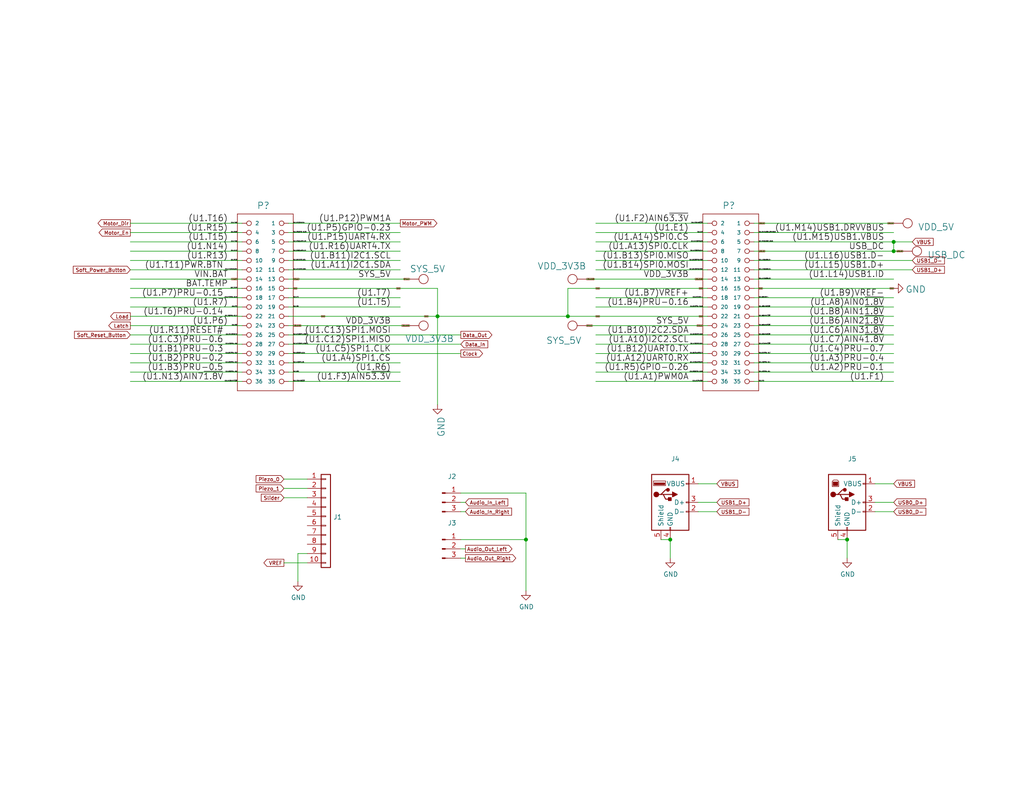
<source format=kicad_sch>
(kicad_sch (version 20211123) (generator eeschema)
  (paper "USLetter")
  (title_block (title "Drum Machine") (date "2018-06-15") (rev "V00") (company "Prototype Engineering Studio LLC"))
  (lib_symbols
    (symbol "Drum_Machine_V00-rescue:2X18-_INCH_-0.1-TH-_35MIL-DIA_-W_O-SILK" (pin_numbers hide) (pin_names (offset 1.016))
      (property "Reference" "P" (at 0 26.162 0))
      (property "Value" "2X18-_INCH_-0.1-TH-_35MIL-DIA_-W_O-SILK" (at 21.59 -24.13 0))
      (symbol "2X18-_INCH_-0.1-TH-_35MIL-DIA_-W_O-SILK_1_0"
        (polyline (pts (xy -7.62 -22.86) (xy -7.62 25.4)))
        (polyline (pts (xy -7.62 25.4) (xy 7.62 25.4)))
        (polyline (pts (xy 7.62 -22.86) (xy -7.62 -22.86)))
        (polyline (pts (xy 7.62 25.4) (xy 7.62 -22.86)))
      )
      (symbol "2X18-_INCH_-0.1-TH-_35MIL-DIA_-W_O-SILK_1_1"
        (pin bidirectional inverted (at -6.35 22.86 0) (length 2.54) (name "1") (number "1"))
        (pin bidirectional inverted (at 6.35 12.7 180) (length 2.54) (name "10") (number "10"))
        (pin bidirectional inverted (at -6.35 10.16 0) (length 2.54) (name "11") (number "11"))
        (pin bidirectional inverted (at 6.35 10.16 180) (length 2.54) (name "12") (number "12"))
        (pin bidirectional inverted (at -6.35 7.62 0) (length 2.54) (name "13") (number "13"))
        (pin bidirectional inverted (at 6.35 7.62 180) (length 2.54) (name "14") (number "14"))
        (pin bidirectional inverted (at -6.35 5.08 0) (length 2.54) (name "15") (number "15"))
        (pin bidirectional inverted (at 6.35 5.08 180) (length 2.54) (name "16") (number "16"))
        (pin bidirectional inverted (at -6.35 2.54 0) (length 2.54) (name "17") (number "17"))
        (pin bidirectional inverted (at 6.35 2.54 180) (length 2.54) (name "18") (number "18"))
        (pin bidirectional inverted (at -6.35 0 0) (length 2.54) (name "19") (number "19"))
        (pin bidirectional inverted (at 6.35 22.86 180) (length 2.54) (name "2") (number "2"))
        (pin bidirectional inverted (at 6.35 0 180) (length 2.54) (name "20") (number "20"))
        (pin bidirectional inverted (at -6.35 -2.54 0) (length 2.54) (name "21") (number "21"))
        (pin bidirectional inverted (at 6.35 -2.54 180) (length 2.54) (name "22") (number "22"))
        (pin bidirectional inverted (at -6.35 -5.08 0) (length 2.54) (name "23") (number "23"))
        (pin bidirectional inverted (at 6.35 -5.08 180) (length 2.54) (name "24") (number "24"))
        (pin bidirectional inverted (at -6.35 -7.62 0) (length 2.54) (name "25") (number "25"))
        (pin bidirectional inverted (at 6.35 -7.62 180) (length 2.54) (name "26") (number "26"))
        (pin bidirectional inverted (at -6.35 -10.16 0) (length 2.54) (name "27") (number "27"))
        (pin bidirectional inverted (at 6.35 -10.16 180) (length 2.54) (name "28") (number "28"))
        (pin bidirectional inverted (at -6.35 -12.7 0) (length 2.54) (name "29") (number "29"))
        (pin bidirectional inverted (at -6.35 20.32 0) (length 2.54) (name "3") (number "3"))
        (pin bidirectional inverted (at 6.35 -12.7 180) (length 2.54) (name "30") (number "30"))
        (pin bidirectional inverted (at -6.35 -15.24 0) (length 2.54) (name "31") (number "31"))
        (pin bidirectional inverted (at 6.35 -15.24 180) (length 2.54) (name "32") (number "32"))
        (pin bidirectional inverted (at -6.35 -17.78 0) (length 2.54) (name "33") (number "33"))
        (pin bidirectional inverted (at 6.35 -17.78 180) (length 2.54) (name "34") (number "34"))
        (pin bidirectional inverted (at -6.35 -20.32 0) (length 2.54) (name "35") (number "35"))
        (pin bidirectional inverted (at 6.35 -20.32 180) (length 2.54) (name "36") (number "36"))
        (pin bidirectional inverted (at 6.35 20.32 180) (length 2.54) (name "4") (number "4"))
        (pin bidirectional inverted (at -6.35 17.78 0) (length 2.54) (name "5") (number "5"))
        (pin bidirectional inverted (at 6.35 17.78 180) (length 2.54) (name "6") (number "6"))
        (pin bidirectional inverted (at -6.35 15.24 0) (length 2.54) (name "7") (number "7"))
        (pin bidirectional inverted (at 6.35 15.24 180) (length 2.54) (name "8") (number "8"))
        (pin bidirectional inverted (at -6.35 12.7 0) (length 2.54) (name "9") (number "9"))
      )
    )
    (symbol "Drum_Machine_V00-rescue:Conn_01x03_Male-Drum_Machine_V00" (pin_names (offset 1.016) hide)
      (property "Reference" "J" (at 0 5.08 0))
      (property "Value" "Conn_01x03_Male-Drum_Machine_V00" (at 0 -5.08 0))
      (symbol "Conn_01x03_Male-Drum_Machine_V00_1_1"
        (polyline (pts (xy 1.27 -2.54) (xy 0.8636 -2.54)) (stroke (width 0.1524)))
        (polyline (pts (xy 1.27 0) (xy 0.8636 0)) (stroke (width 0.1524)))
        (polyline (pts (xy 1.27 2.54) (xy 0.8636 2.54)) (stroke (width 0.1524)))
        (rectangle (start 0.8636 -2.413) (end 0 -2.667) (stroke (width 0.1524)) (fill (type outline)))
        (rectangle (start 0.8636 0.127) (end 0 -0.127) (stroke (width 0.1524)) (fill (type outline)))
        (rectangle (start 0.8636 2.667) (end 0 2.413) (stroke (width 0.1524)) (fill (type outline)))
        (pin passive line (at 5.08 2.54 180) (length 3.81) (name "Pin_1") (number "1"))
        (pin passive line (at 5.08 0 180) (length 3.81) (name "Pin_2") (number "2"))
        (pin passive line (at 5.08 -2.54 180) (length 3.81) (name "Pin_3") (number "3"))
      )
    )
    (symbol "Drum_Machine_V00-rescue:Conn_01x10-Drum_Machine_V00" (pin_names (offset 1.016) hide)
      (property "Reference" "J" (at 0 12.7 0))
      (property "Value" "Conn_01x10-Drum_Machine_V00" (at 0 -15.24 0))
      (symbol "Conn_01x10-Drum_Machine_V00_1_1"
        (rectangle (start -1.27 -12.573) (end 0 -12.827) (stroke (width 0.1524)))
        (rectangle (start -1.27 -10.033) (end 0 -10.287) (stroke (width 0.1524)))
        (rectangle (start -1.27 -7.493) (end 0 -7.747) (stroke (width 0.1524)))
        (rectangle (start -1.27 -4.953) (end 0 -5.207) (stroke (width 0.1524)))
        (rectangle (start -1.27 -2.413) (end 0 -2.667) (stroke (width 0.1524)))
        (rectangle (start -1.27 0.127) (end 0 -0.127) (stroke (width 0.1524)))
        (rectangle (start -1.27 2.667) (end 0 2.413) (stroke (width 0.1524)))
        (rectangle (start -1.27 5.207) (end 0 4.953) (stroke (width 0.1524)))
        (rectangle (start -1.27 7.747) (end 0 7.493) (stroke (width 0.1524)))
        (rectangle (start -1.27 10.287) (end 0 10.033) (stroke (width 0.1524)))
        (rectangle (start -1.27 11.43) (end 1.27 -13.97) (stroke (width 0.254)))
        (pin passive line (at -5.08 10.16 0) (length 3.81) (name "Pin_1") (number "1"))
        (pin passive line (at -5.08 -12.7 0) (length 3.81) (name "Pin_10") (number "10"))
        (pin passive line (at -5.08 7.62 0) (length 3.81) (name "Pin_2") (number "2"))
        (pin passive line (at -5.08 5.08 0) (length 3.81) (name "Pin_3") (number "3"))
        (pin passive line (at -5.08 2.54 0) (length 3.81) (name "Pin_4") (number "4"))
        (pin passive line (at -5.08 0 0) (length 3.81) (name "Pin_5") (number "5"))
        (pin passive line (at -5.08 -2.54 0) (length 3.81) (name "Pin_6") (number "6"))
        (pin passive line (at -5.08 -5.08 0) (length 3.81) (name "Pin_7") (number "7"))
        (pin passive line (at -5.08 -7.62 0) (length 3.81) (name "Pin_8") (number "8"))
        (pin passive line (at -5.08 -10.16 0) (length 3.81) (name "Pin_9") (number "9"))
      )
    )
    (symbol "Drum_Machine_V00-rescue:GND" (power) (pin_names (offset 0))
      (property "Value" "GND" (at 0 -3.81 0))
      (symbol "GND_0_1"
        (polyline (pts (xy 0 0) (xy 0 -1.27) (xy 1.27 -1.27) (xy 0 -2.54) (xy -1.27 -1.27) (xy 0 -1.27)))
      )
      (symbol "GND_1_1"
        (pin power_in line (at 0 0 270) (length 0) hide (name "GND") (number "1"))
      )
    )
    (symbol "Drum_Machine_V00-rescue:SYS_5V" (power) (pin_numbers hide) (pin_names (offset 1.016) hide)
      (property "Value" "SYS_5V" (at 0 4.064 0))
      (symbol "SYS_5V_1_0"
        (polyline (pts (xy 0 -2.54) (xy 0 0)))
      )
      (symbol "SYS_5V_1_1"
        (circle (center 0 1.27) (radius 1.27))
        (pin power_in line (at 0 -2.54 90) (length 2.54) hide (name "SYS_5V") (number "~"))
      )
    )
    (symbol "Drum_Machine_V00-rescue:USB_A-Drum_Machine_V00" (pin_names (offset 1.016))
      (property "Reference" "J" (at -5.08 11.43 0))
      (property "Value" "USB_A-Drum_Machine_V00" (at -5.08 8.89 0))
      (symbol "USB_A-Drum_Machine_V00_0_1"
        (rectangle (start -5.08 -7.62) (end 5.08 7.62) (stroke (width 0.254)))
        (circle (center -3.81 2.159) (radius 0.635) (stroke (width 0.254)) (fill (type outline)))
        (rectangle (start -1.524 4.826) (end -4.318 5.334) (fill (type outline)))
        (rectangle (start -1.27 4.572) (end -4.572 5.842))
        (circle (center -0.635 3.429) (radius 0.381) (stroke (width 0.254)) (fill (type outline)))
        (rectangle (start -0.127 -7.62) (end 0.127 -6.858))
        (polyline (pts (xy -3.175 2.159) (xy -2.54 2.159) (xy -1.27 3.429) (xy -0.635 3.429)) (stroke (width 0.254)))
        (polyline (pts (xy -2.54 2.159) (xy -1.905 2.159) (xy -1.27 0.889) (xy 0 0.889)) (stroke (width 0.254)))
        (polyline (pts (xy 0.635 2.794) (xy 0.635 1.524) (xy 1.905 2.159) (xy 0.635 2.794)) (stroke (width 0.254)) (fill (type outline)))
        (rectangle (start 0.254 1.27) (end -0.508 0.508) (stroke (width 0.254)) (fill (type outline)))
        (rectangle (start 5.08 -2.667) (end 4.318 -2.413))
        (rectangle (start 5.08 -0.127) (end 4.318 0.127))
        (rectangle (start 5.08 4.953) (end 4.318 5.207))
      )
      (symbol "USB_A-Drum_Machine_V00_1_1"
        (polyline (pts (xy -1.905 2.159) (xy 0.635 2.159)) (stroke (width 0.254)))
        (pin power_in line (at 7.62 5.08 180) (length 2.54) (name "VBUS") (number "1"))
        (pin passive line (at 7.62 -2.54 180) (length 2.54) (name "D-") (number "2"))
        (pin passive line (at 7.62 0 180) (length 2.54) (name "D+") (number "3"))
        (pin power_in line (at 0 -10.16 90) (length 2.54) (name "GND") (number "4"))
        (pin passive line (at -2.54 -10.16 90) (length 2.54) (name "Shield") (number "5"))
      )
    )
    (symbol "Drum_Machine_V00-rescue:USB_B-Drum_Machine_V00" (pin_names (offset 1.016))
      (property "Reference" "J" (at -5.08 11.43 0))
      (property "Value" "USB_B-Drum_Machine_V00" (at -5.08 8.89 0))
      (symbol "USB_B-Drum_Machine_V00_0_1"
        (rectangle (start -5.08 -7.62) (end 5.08 7.62) (stroke (width 0.254)))
        (circle (center -3.81 2.159) (radius 0.635) (stroke (width 0.254)) (fill (type outline)))
        (rectangle (start -3.81 5.588) (end -2.54 4.572) (fill (type outline)))
        (circle (center -0.635 3.429) (radius 0.381) (stroke (width 0.254)) (fill (type outline)))
        (rectangle (start -0.127 -7.62) (end 0.127 -6.858))
        (polyline (pts (xy -1.905 2.159) (xy 0.635 2.159)) (stroke (width 0.254)))
        (polyline (pts (xy -3.175 2.159) (xy -2.54 2.159) (xy -1.27 3.429) (xy -0.635 3.429)) (stroke (width 0.254)))
        (polyline (pts (xy -2.54 2.159) (xy -1.905 2.159) (xy -1.27 0.889) (xy 0 0.889)) (stroke (width 0.254)))
        (polyline (pts (xy 0.635 2.794) (xy 0.635 1.524) (xy 1.905 2.159) (xy 0.635 2.794)) (stroke (width 0.254)) (fill (type outline)))
        (polyline (pts (xy -4.064 4.318) (xy -2.286 4.318) (xy -2.286 5.715) (xy -2.667 6.096) (xy -3.683 6.096) (xy -4.064 5.715) (xy -4.064 4.318)))
        (rectangle (start 0.254 1.27) (end -0.508 0.508) (stroke (width 0.254)) (fill (type outline)))
        (rectangle (start 5.08 -2.667) (end 4.318 -2.413))
        (rectangle (start 5.08 -0.127) (end 4.318 0.127))
        (rectangle (start 5.08 4.953) (end 4.318 5.207))
      )
      (symbol "USB_B-Drum_Machine_V00_1_1"
        (pin power_out line (at 7.62 5.08 180) (length 2.54) (name "VBUS") (number "1"))
        (pin passive line (at 7.62 -2.54 180) (length 2.54) (name "D-") (number "2"))
        (pin passive line (at 7.62 0 180) (length 2.54) (name "D+") (number "3"))
        (pin power_out line (at 0 -10.16 90) (length 2.54) (name "GND") (number "4"))
        (pin passive line (at -2.54 -10.16 90) (length 2.54) (name "Shield") (number "5"))
      )
    )
    (symbol "Drum_Machine_V00-rescue:USB_DC" (power) (pin_numbers hide) (pin_names (offset 1.016) hide)
      (property "Value" "USB_DC" (at 0 4.064 0))
      (symbol "USB_DC_1_0"
        (polyline (pts (xy 0 -2.54) (xy 0 0)))
      )
      (symbol "USB_DC_1_1"
        (circle (center 0 1.27) (radius 1.27))
        (pin power_in line (at 0 -2.54 90) (length 2.54) hide (name "USB_DC") (number "~"))
      )
    )
    (symbol "Drum_Machine_V00-rescue:VDD_3V3B" (power) (pin_numbers hide) (pin_names (offset 1.016) hide)
      (property "Value" "VDD_3V3B" (at 0 4.064 0))
      (symbol "VDD_3V3B_1_0"
        (polyline (pts (xy 0 -2.54) (xy 0 0)))
      )
      (symbol "VDD_3V3B_1_1"
        (circle (center 0 1.27) (radius 1.27))
        (pin power_in line (at 0 -2.54 90) (length 2.54) hide (name "VDD_3V3B") (number "~"))
      )
    )
    (symbol "Drum_Machine_V00-rescue:VDD_5V" (power) (pin_numbers hide) (pin_names (offset 1.016) hide)
      (property "Value" "VDD_5V" (at 0 4.064 0))
      (symbol "VDD_5V_1_0"
        (polyline (pts (xy 0 -2.54) (xy 0 0)))
      )
      (symbol "VDD_5V_1_1"
        (circle (center 0 1.27) (radius 1.27))
        (pin power_in line (at 0 -2.54 90) (length 2.54) hide (name "VDD_5V") (number "~"))
      )
    )
    (symbol "power:GND" (power) (pin_names (offset 0))
      (property "Value" "GND" (at 0 -3.81 0))
      (symbol "GND_0_1"
        (polyline (pts (xy 0 0) (xy 0 -1.27) (xy 1.27 -1.27) (xy 0 -2.54) (xy -1.27 -1.27) (xy 0 -1.27)))
      )
      (symbol "GND_1_1"
        (pin power_in line (at 0 0 270) (length 0) hide (name "GND") (number "1"))
      )
    )
  )
  (junction (at 182.88 147.32))
  (junction (at 243.84 66.04))
  (junction (at 119.38 86.36))
  (junction (at 143.51 147.32))
  (junction (at 243.84 68.58))
  (junction (at 154.94 86.36))
  (junction (at 231.14 147.32))
  (wire (pts (xy 35.56 88.9) (xy 66.04 88.9)))
  (wire (pts (xy 35.56 99.06) (xy 66.04 99.06)))
  (wire (pts (xy 243.84 99.06) (xy 205.74 99.06)))
  (wire (pts (xy 109.22 63.5) (xy 78.74 63.5)))
  (wire (pts (xy 162.56 101.6) (xy 193.04 101.6)))
  (wire (pts (xy 182.88 152.4) (xy 182.88 147.32)))
  (wire (pts (xy 228.6 147.32) (xy 231.14 147.32)))
  (wire (pts (xy 160.02 88.9) (xy 193.04 88.9)))
  (wire (pts (xy 125.73 149.86) (xy 127 149.86)))
  (wire (pts (xy 243.84 137.16) (xy 238.76 137.16)))
  (wire (pts (xy 154.94 78.74) (xy 154.94 86.36)))
  (wire (pts (xy 35.56 96.52) (xy 66.04 96.52)))
  (wire (pts (xy 193.04 63.5) (xy 162.56 63.5)))
  (wire (pts (xy 35.56 86.36) (xy 66.04 86.36)))
  (wire (pts (xy 35.56 68.58) (xy 66.04 68.58)))
  (wire (pts (xy 83.82 130.81) (xy 77.47 130.81)))
  (wire (pts (xy 125.73 147.32) (xy 143.51 147.32)))
  (wire (pts (xy 35.56 66.04) (xy 66.04 66.04)))
  (wire (pts (xy 125.73 139.7) (xy 127 139.7)))
  (wire (pts (xy 35.56 71.12) (xy 66.04 71.12)))
  (wire (pts (xy 125.73 134.62) (xy 143.51 134.62)))
  (wire (pts (xy 162.56 104.14) (xy 193.04 104.14)))
  (wire (pts (xy 180.34 147.32) (xy 182.88 147.32)))
  (wire (pts (xy 77.47 153.67) (xy 83.82 153.67)))
  (wire (pts (xy 162.56 91.44) (xy 193.04 91.44)))
  (wire (pts (xy 83.82 151.13) (xy 81.28 151.13)))
  (wire (pts (xy 154.94 86.36) (xy 193.04 86.36)))
  (wire (pts (xy 162.56 60.96) (xy 193.04 60.96)))
  (wire (pts (xy 125.73 96.52) (xy 78.74 96.52)))
  (wire (pts (xy 119.38 78.74) (xy 78.74 78.74)))
  (wire (pts (xy 205.74 93.98) (xy 243.84 93.98)))
  (wire (pts (xy 195.58 139.7) (xy 190.5 139.7)))
  (wire (pts (xy 162.56 99.06) (xy 193.04 99.06)))
  (wire (pts (xy 243.84 81.28) (xy 205.74 81.28)))
  (wire (pts (xy 78.74 68.58) (xy 109.22 68.58)))
  (wire (pts (xy 143.51 134.62) (xy 143.51 147.32)))
  (wire (pts (xy 243.84 88.9) (xy 205.74 88.9)))
  (wire (pts (xy 119.38 86.36) (xy 154.94 86.36)))
  (wire (pts (xy 83.82 135.89) (xy 77.47 135.89)))
  (wire (pts (xy 119.38 78.74) (xy 119.38 86.36)))
  (wire (pts (xy 162.56 81.28) (xy 193.04 81.28)))
  (wire (pts (xy 35.56 73.66) (xy 66.04 73.66)))
  (wire (pts (xy 109.22 104.14) (xy 78.74 104.14)))
  (wire (pts (xy 243.84 66.04) (xy 243.84 68.58)))
  (wire (pts (xy 125.73 91.44) (xy 78.74 91.44)))
  (wire (pts (xy 243.84 78.74) (xy 205.74 78.74)))
  (wire (pts (xy 78.74 83.82) (xy 109.22 83.82)))
  (wire (pts (xy 190.5 132.08) (xy 195.58 132.08)))
  (wire (pts (xy 243.84 66.04) (xy 248.92 66.04)))
  (wire (pts (xy 35.56 104.14) (xy 66.04 104.14)))
  (wire (pts (xy 125.73 93.98) (xy 78.74 93.98)))
  (wire (pts (xy 205.74 60.96) (xy 243.84 60.96)))
  (wire (pts (xy 162.56 73.66) (xy 193.04 73.66)))
  (wire (pts (xy 205.74 73.66) (xy 248.92 73.66)))
  (wire (pts (xy 205.74 86.36) (xy 243.84 86.36)))
  (wire (pts (xy 243.84 96.52) (xy 205.74 96.52)))
  (wire (pts (xy 162.56 68.58) (xy 193.04 68.58)))
  (wire (pts (xy 125.73 137.16) (xy 127 137.16)))
  (wire (pts (xy 109.22 99.06) (xy 78.74 99.06)))
  (wire (pts (xy 243.84 139.7) (xy 238.76 139.7)))
  (wire (pts (xy 246.38 68.58) (xy 243.84 68.58)))
  (wire (pts (xy 83.82 133.35) (xy 77.47 133.35)))
  (wire (pts (xy 78.74 86.36) (xy 119.38 86.36)))
  (wire (pts (xy 160.02 76.2) (xy 193.04 76.2)))
  (wire (pts (xy 243.84 104.14) (xy 205.74 104.14)))
  (wire (pts (xy 205.74 63.5) (xy 243.84 63.5)))
  (wire (pts (xy 231.14 152.4) (xy 231.14 147.32)))
  (wire (pts (xy 35.56 76.2) (xy 66.04 76.2)))
  (wire (pts (xy 154.94 78.74) (xy 193.04 78.74)))
  (wire (pts (xy 125.73 152.4) (xy 127 152.4)))
  (wire (pts (xy 143.51 147.32) (xy 143.51 161.29)))
  (wire (pts (xy 35.56 93.98) (xy 66.04 93.98)))
  (wire (pts (xy 35.56 78.74) (xy 66.04 78.74)))
  (wire (pts (xy 243.84 91.44) (xy 205.74 91.44)))
  (wire (pts (xy 243.84 76.2) (xy 205.74 76.2)))
  (wire (pts (xy 111.76 76.2) (xy 78.74 76.2)))
  (wire (pts (xy 205.74 71.12) (xy 248.92 71.12)))
  (wire (pts (xy 78.74 81.28) (xy 109.22 81.28)))
  (wire (pts (xy 238.76 132.08) (xy 243.84 132.08)))
  (wire (pts (xy 35.56 60.96) (xy 66.04 60.96)))
  (wire (pts (xy 109.22 71.12) (xy 78.74 71.12)))
  (wire (pts (xy 243.84 68.58) (xy 205.74 68.58)))
  (wire (pts (xy 109.22 60.96) (xy 78.74 60.96)))
  (wire (pts (xy 81.28 151.13) (xy 81.28 158.75)))
  (wire (pts (xy 35.56 63.5) (xy 66.04 63.5)))
  (wire (pts (xy 109.22 66.04) (xy 78.74 66.04)))
  (wire (pts (xy 109.22 101.6) (xy 78.74 101.6)))
  (wire (pts (xy 162.56 71.12) (xy 193.04 71.12)))
  (wire (pts (xy 119.38 110.49) (xy 119.38 86.36)))
  (wire (pts (xy 162.56 66.04) (xy 193.04 66.04)))
  (wire (pts (xy 35.56 83.82) (xy 66.04 83.82)))
  (wire (pts (xy 111.76 88.9) (xy 78.74 88.9)))
  (wire (pts (xy 195.58 137.16) (xy 190.5 137.16)))
  (wire (pts (xy 35.56 101.6) (xy 66.04 101.6)))
  (wire (pts (xy 109.22 73.66) (xy 78.74 73.66)))
  (wire (pts (xy 162.56 83.82) (xy 193.04 83.82)))
  (wire (pts (xy 243.84 101.6) (xy 205.74 101.6)))
  (wire (pts (xy 205.74 66.04) (xy 243.84 66.04)))
  (wire (pts (xy 162.56 93.98) (xy 193.04 93.98)))
  (wire (pts (xy 162.56 96.52) (xy 193.04 96.52)))
  (wire (pts (xy 66.04 91.44) (xy 35.56 91.44)))
  (wire (pts (xy 243.84 83.82) (xy 205.74 83.82)))
  (wire (pts (xy 35.56 81.28) (xy 66.04 81.28)))
  (label "(U1.L16)USB1.D-" (at 207.01 71.12 0) (effects (font (size 0.254 0.254))))
  (label "(U1.C3)PRU-0.6" (at 64.77 93.98 180) (effects (font (size 0.254 0.254))))
  (label "(U1.N13)AIN7~{1.8V}" (at 64.77 104.14 180) (effects (font (size 0.254 0.254))))
  (label "(U1.F2)AIN6~{3.3V}" (at 191.77 60.96 180) (effects (font (size 0.254 0.254))))
  (label "(U1.C12)SPI1.MISO" (at 106.68 93.98 180) (effects (font (size 1.651 1.651))))
  (label "(U1.L14)USB1.ID" (at 241.3 76.2 180) (effects (font (size 1.651 1.651))))
  (label "(U1.B3)PRU-0.5" (at 64.77 101.6 180) (effects (font (size 0.254 0.254))))
  (label "(U1.L16)USB1.D-" (at 241.3 71.12 180) (effects (font (size 1.651 1.651))))
  (label "(U1.L14)USB1.ID" (at 207.01 76.2 0) (effects (font (size 0.254 0.254))))
  (label "(U1.B10)I2C2.SDA" (at 187.96 91.44 180) (effects (font (size 1.651 1.651))))
  (label "(U1.P15)UART4.RX" (at 80.01 66.04 0) (effects (font (size 0.254 0.254))))
  (label "(U1.C13)SPI1.MOSI" (at 80.01 91.44 0) (effects (font (size 0.254 0.254))))
  (label "(U1.M14)USB1.DRVVBUS" (at 241.3 63.5 180) (effects (font (size 1.651 1.651))))
  (label "(U1.C5)SPI1.CLK" (at 80.01 96.52 0) (effects (font (size 0.254 0.254))))
  (label "(U1.B8)AIN1~{1.8V}" (at 241.3 86.36 180) (effects (font (size 1.651 1.651))))
  (label "(U1.N13)AIN7~{1.8V}" (at 60.96 104.14 180) (effects (font (size 1.651 1.651))))
  (label "(U1.R5)GPIO-0.26" (at 191.77 101.6 180) (effects (font (size 0.254 0.254))))
  (label "(U1.B6)AIN2~{1.8V}" (at 241.3 88.9 180) (effects (font (size 1.651 1.651))))
  (label "VDD_3V3B" (at 106.68 88.9 180) (effects (font (size 1.651 1.651))))
  (label "(U1.R13)" (at 64.77 71.12 180) (effects (font (size 0.254 0.254))))
  (label "(U1.B4)PRU-0.16" (at 191.77 83.82 180) (effects (font (size 0.254 0.254))))
  (label "(U1.R13)" (at 62.23 71.12 180) (effects (font (size 1.651 1.651))))
  (label "(U1.T11)PWR.BTN" (at 60.96 73.66 180) (effects (font (size 1.651 1.651))))
  (label "(U1.T15)" (at 64.77 66.04 180) (effects (font (size 0.254 0.254))))
  (label "(U1.R16)UART4.TX" (at 80.01 68.58 0) (effects (font (size 0.254 0.254))))
  (label "(U1.P7)PRU-0.15" (at 64.77 81.28 180) (effects (font (size 0.254 0.254))))
  (label "(U1.E1)" (at 187.96 63.5 180) (effects (font (size 1.651 1.651))))
  (label "(U1.N14)" (at 64.77 68.58 180) (effects (font (size 0.254 0.254))))
  (label "(U1.C3)PRU-0.6" (at 60.96 93.98 180) (effects (font (size 1.651 1.651))))
  (label "(U1.T6)PRU-0.14" (at 64.77 86.36 180) (effects (font (size 0.254 0.254))))
  (label "(U1.F2)AIN6~{3.3V}" (at 187.96 60.96 180) (effects (font (size 1.651 1.651))))
  (label "(U1.T11)PWR.BTN" (at 64.77 73.66 180) (effects (font (size 0.254 0.254))))
  (label "(U1.T15)" (at 62.23 66.04 180) (effects (font (size 1.651 1.651))))
  (label "(U1.A2)PRU-0.1" (at 207.01 101.6 0) (effects (font (size 0.254 0.254))))
  (label "(U1.C6)AIN3~{1.8V}" (at 241.3 91.44 180) (effects (font (size 1.651 1.651))))
  (label "(U1.B12)UART0.TX" (at 187.96 96.52 180) (effects (font (size 1.651 1.651))))
  (label "(U1.A2)PRU-0.1" (at 241.3 101.6 180) (effects (font (size 1.651 1.651))))
  (label "(U1.R7)" (at 62.23 83.82 180) (effects (font (size 1.651 1.651))))
  (label "(U1.C12)SPI1.MISO" (at 80.01 93.98 0) (effects (font (size 0.254 0.254))))
  (label "(U1.R6)" (at 80.01 101.6 0) (effects (font (size 0.254 0.254))))
  (label "(U1.R11)RESET#" (at 64.77 91.44 180) (effects (font (size 0.254 0.254))))
  (label "(U1.A1)PWM0A" (at 191.77 104.14 180) (effects (font (size 0.254 0.254))))
  (label "SYS_5V" (at 187.96 88.9 180) (effects (font (size 1.651 1.651))))
  (label "(U1.R16)UART4.TX" (at 106.68 68.58 180) (effects (font (size 1.651 1.651))))
  (label "(U1.A4)SPI1.CS" (at 106.68 99.06 180) (effects (font (size 1.651 1.651))))
  (label "BAT.TEMP" (at 64.77 78.74 180) (effects (font (size 0.254 0.254))))
  (label "(U1.F1)" (at 207.01 104.14 0) (effects (font (size 0.254 0.254))))
  (label "(U1.B10)I2C2.SDA" (at 191.77 91.44 180) (effects (font (size 0.254 0.254))))
  (label "(U1.N14)" (at 62.23 68.58 180) (effects (font (size 1.651 1.651))))
  (label "(U1.L15)USB1.D+" (at 241.3 73.66 180) (effects (font (size 1.651 1.651))))
  (label "(U1.M14)USB1.DRVVBUS" (at 207.01 63.5 0) (effects (font (size 0.254 0.254))))
  (label "(U1.A14)SPI0.CS" (at 191.77 66.04 180) (effects (font (size 0.254 0.254))))
  (label "(U1.A12)UART0.RX" (at 191.77 99.06 180) (effects (font (size 0.254 0.254))))
  (label "(U1.B7)VREF+" (at 191.77 81.28 180) (effects (font (size 0.254 0.254))))
  (label "(U1.A3)PRU-0.4" (at 241.3 99.06 180) (effects (font (size 1.651 1.651))))
  (label "(U1.E1)" (at 191.77 63.5 180) (effects (font (size 0.254 0.254))))
  (label "USB_DC" (at 241.3 68.58 180) (effects (font (size 1.651 1.651))))
  (label "(U1.M15)USB1.VBUS" (at 241.3 66.04 180) (effects (font (size 1.651 1.651))))
  (label "(U1.B1)PRU-0.3" (at 60.96 96.52 180) (effects (font (size 1.651 1.651))))
  (label "(U1.B1)PRU-0.3" (at 64.77 96.52 180) (effects (font (size 0.254 0.254))))
  (label "(U1.B14)SPI0.MOSI" (at 187.96 73.66 180) (effects (font (size 1.651 1.651))))
  (label "(U1.T16)" (at 62.23 60.96 180) (effects (font (size 1.651 1.651))))
  (label "(U1.B2)PRU-0.2" (at 64.77 99.06 180) (effects (font (size 0.254 0.254))))
  (label "(U1.A8)AIN0~{1.8V}" (at 207.01 83.82 0) (effects (font (size 0.254 0.254))))
  (label "(U1.B9)VREF-" (at 207.01 81.28 0) (effects (font (size 0.254 0.254))))
  (label "(U1.P12)PWM1A" (at 80.01 60.96 0) (effects (font (size 0.254 0.254))))
  (label "(U1.B11)I2C1.SCL" (at 80.01 71.12 0) (effects (font (size 0.254 0.254))))
  (label "(U1.C13)SPI1.MOSI" (at 106.68 91.44 180) (effects (font (size 1.651 1.651))))
  (label "(U1.A1)PWM0A" (at 187.96 104.14 180) (effects (font (size 1.651 1.651))))
  (label "(U1.F3)AIN5~{3.3V}" (at 106.68 104.14 180) (effects (font (size 1.651 1.651))))
  (label "(U1.L15)USB1.D+" (at 207.01 73.66 0) (effects (font (size 0.254 0.254))))
  (label "(U1.R15)" (at 64.77 63.5 180) (effects (font (size 0.254 0.254))))
  (label "(U1.P5)GPIO-0.23" (at 106.68 63.5 180) (effects (font (size 1.651 1.651))))
  (label "(U1.T5)" (at 80.01 83.82 0) (effects (font (size 0.254 0.254))))
  (label "(U1.R7)" (at 64.77 83.82 180) (effects (font (size 0.254 0.254))))
  (label "(U1.A14)SPI0.CS" (at 187.96 66.04 180) (effects (font (size 1.651 1.651))))
  (label "(U1.B3)PRU-0.5" (at 60.96 101.6 180) (effects (font (size 1.651 1.651))))
  (label "(U1.C6)AIN3~{1.8V}" (at 207.01 91.44 0) (effects (font (size 0.254 0.254))))
  (label "(U1.R15)" (at 62.23 63.5 180) (effects (font (size 1.651 1.651))))
  (label "SYS_5V" (at 106.68 76.2 180) (effects (font (size 1.651 1.651))))
  (label "(U1.T7)" (at 106.68 81.28 180) (effects (font (size 1.651 1.651))))
  (label "BAT.TEMP" (at 62.23 78.74 180) (effects (font (size 1.651 1.651))))
  (label "(U1.P15)UART4.RX" (at 106.68 66.04 180) (effects (font (size 1.651 1.651))))
  (label "(U1.B8)AIN1~{1.8V}" (at 207.01 86.36 0) (effects (font (size 0.254 0.254))))
  (label "(U1.A11)I2C1.SDA" (at 106.68 73.66 180) (effects (font (size 1.651 1.651))))
  (label "(U1.B13)SPI0.MISO" (at 187.96 71.12 180) (effects (font (size 1.651 1.651))))
  (label "(U1.R6)" (at 106.68 101.6 180) (effects (font (size 1.651 1.651))))
  (label "(U1.B9)VREF-" (at 241.3 81.28 180) (effects (font (size 1.651 1.651))))
  (label "(U1.T16)" (at 64.77 60.96 180) (effects (font (size 0.254 0.254))))
  (label "(U1.A11)I2C1.SDA" (at 80.01 73.66 0) (effects (font (size 0.254 0.254))))
  (label "(U1.P7)PRU-0.15" (at 60.96 81.28 180) (effects (font (size 1.651 1.651))))
  (label "(U1.R5)GPIO-0.26" (at 187.96 101.6 180) (effects (font (size 1.651 1.651))))
  (label "(U1.A10)I2C2.SCL" (at 191.77 93.98 180) (effects (font (size 0.254 0.254))))
  (label "(U1.C4)PRU-0.7" (at 241.3 96.52 180) (effects (font (size 1.651 1.651))))
  (label "(U1.A12)UART0.RX" (at 187.96 99.06 180) (effects (font (size 1.651 1.651))))
  (label "(U1.A8)AIN0~{1.8V}" (at 241.3 83.82 180) (effects (font (size 1.651 1.651))))
  (label "(U1.B7)VREF+" (at 187.96 81.28 180) (effects (font (size 1.651 1.651))))
  (label "(U1.A13)SPI0.CLK" (at 191.77 68.58 180) (effects (font (size 0.254 0.254))))
  (label "(U1.B6)AIN2~{1.8V}" (at 207.01 88.9 0) (effects (font (size 0.254 0.254))))
  (label "(U1.T5)" (at 106.68 83.82 180) (effects (font (size 1.651 1.651))))
  (label "(U1.B2)PRU-0.2" (at 60.96 99.06 180) (effects (font (size 1.651 1.651))))
  (label "(U1.M15)USB1.VBUS" (at 207.01 66.04 0) (effects (font (size 0.254 0.254))))
  (label "(U1.B14)SPI0.MOSI" (at 191.77 73.66 180) (effects (font (size 0.254 0.254))))
  (label "(U1.P5)GPIO-0.23" (at 80.01 63.5 0) (effects (font (size 0.254 0.254))))
  (label "(U1.C5)SPI1.CLK" (at 106.68 96.52 180) (effects (font (size 1.651 1.651))))
  (label "(U1.C4)PRU-0.7" (at 207.01 96.52 0) (effects (font (size 0.254 0.254))))
  (label "(U1.F3)AIN5~{3.3V}" (at 80.01 104.14 0) (effects (font (size 0.254 0.254))))
  (label "(U1.T7)" (at 80.01 81.28 0) (effects (font (size 0.254 0.254))))
  (label "(U1.A10)I2C2.SCL" (at 187.96 93.98 180) (effects (font (size 1.651 1.651))))
  (label "(U1.C7)AIN4~{1.8V}" (at 207.01 93.98 0) (effects (font (size 0.254 0.254))))
  (label "(U1.A4)SPI1.CS" (at 80.01 99.06 0) (effects (font (size 0.254 0.254))))
  (label "(U1.F1)" (at 241.3 104.14 180) (effects (font (size 1.651 1.651))))
  (label "(U1.B4)PRU-0.16" (at 187.96 83.82 180) (effects (font (size 1.651 1.651))))
  (label "(U1.B12)UART0.TX" (at 191.77 96.52 180) (effects (font (size 0.254 0.254))))
  (label "(U1.P6)" (at 64.77 88.9 180) (effects (font (size 0.254 0.254))))
  (label "(U1.A3)PRU-0.4" (at 207.01 99.06 0) (effects (font (size 0.254 0.254))))
  (label "VDD_3V3B" (at 187.96 76.2 180) (effects (font (size 1.651 1.651))))
  (label "(U1.A13)SPI0.CLK" (at 187.96 68.58 180) (effects (font (size 1.651 1.651))))
  (label "(U1.P6)" (at 62.23 88.9 180) (effects (font (size 1.651 1.651))))
  (label "(U1.T6)PRU-0.14" (at 60.96 86.36 180) (effects (font (size 1.651 1.651))))
  (label "(U1.R11)RESET#" (at 60.96 91.44 180) (effects (font (size 1.651 1.651))))
  (label "(U1.B13)SPI0.MISO" (at 191.77 71.12 180) (effects (font (size 0.254 0.254))))
  (label "(U1.P12)PWM1A" (at 106.68 60.96 180) (effects (font (size 1.651 1.651))))
  (label "(U1.B11)I2C1.SCL" (at 106.68 71.12 180) (effects (font (size 1.651 1.651))))
  (label "VIN.BAT" (at 62.23 76.2 180) (effects (font (size 1.651 1.651))))
  (label "(U1.C7)AIN4~{1.8V}" (at 241.3 93.98 180) (effects (font (size 1.651 1.651))))
  (global_label "Motor_PWM" (shape output) (at 109.22 60.96 0) (effects (font (size 0.9906 0.9906))) (property "Intersheet References" "${INTERSHEET_REFS}" (effects hide)))
  (global_label "VIN.BAT" (shape passive) (at 64.77 76.2 180) (effects (font (size 0.254 0.254))) (property "Intersheet References" "${INTERSHEET_REFS}" (effects hide)))
  (global_label "Motor_Dir" (shape output) (at 35.56 60.96 180) (effects (font (size 0.9906 0.9906))) (property "Intersheet References" "${INTERSHEET_REFS}" (effects hide)))
  (global_label "USB_DC" (shape passive) (at 246.38 68.58 180) (effects (font (size 0.254 0.254))) (property "Intersheet References" "${INTERSHEET_REFS}" (effects hide)))
  (global_label "VREF" (shape output) (at 77.47 153.67 180) (effects (font (size 0.9906 0.9906))) (property "Intersheet References" "${INTERSHEET_REFS}" (effects hide)))
  (global_label "VDD_5V" (shape passive) (at 207.01 60.96 0) (effects (font (size 0.254 0.254))) (property "Intersheet References" "${INTERSHEET_REFS}" (effects hide)))
  (global_label "Soft_Power_Button" (shape input) (at 35.56 73.66 180) (effects (font (size 0.9906 0.9906))) (property "Intersheet References" "${INTERSHEET_REFS}" (effects hide)))
  (global_label "SYS_5V" (shape passive) (at 80.01 76.2 0) (effects (font (size 0.254 0.254))) (property "Intersheet References" "${INTERSHEET_REFS}" (effects hide)))
  (global_label "GND" (shape passive) (at 162.56 78.74 0) (effects (font (size 0.254 0.254))) (property "Intersheet References" "${INTERSHEET_REFS}" (effects hide)))
  (global_label "Audio_Out_Right" (shape output) (at 127 152.4 0) (effects (font (size 0.9906 0.9906))) (property "Intersheet References" "${INTERSHEET_REFS}" (effects hide)))
  (global_label "VDD_5V" (shape passive) (at 243.84 60.96 180) (effects (font (size 0.254 0.254))) (property "Intersheet References" "${INTERSHEET_REFS}" (effects hide)))
  (global_label "GND" (shape passive) (at 162.56 86.36 0) (effects (font (size 0.254 0.254))) (property "Intersheet References" "${INTERSHEET_REFS}" (effects hide)))
  (global_label "Audio_In_Left" (shape input) (at 127 137.16 0) (effects (font (size 0.9906 0.9906))) (property "Intersheet References" "${INTERSHEET_REFS}" (effects hide)))
  (global_label "Audio_In_Right" (shape input) (at 127 139.7 0) (effects (font (size 0.9906 0.9906))) (property "Intersheet References" "${INTERSHEET_REFS}" (effects hide)))
  (global_label "USB1_D+" (shape input) (at 248.92 73.66 0) (effects (font (size 0.9906 0.9906))) (property "Intersheet References" "${INTERSHEET_REFS}" (effects hide)))
  (global_label "Load" (shape output) (at 35.56 86.36 180) (effects (font (size 0.9906 0.9906))) (property "Intersheet References" "${INTERSHEET_REFS}" (effects hide)))
  (global_label "Data_Out" (shape output) (at 125.73 91.44 0) (effects (font (size 0.9906 0.9906))) (property "Intersheet References" "${INTERSHEET_REFS}" (effects hide)))
  (global_label "Data_In" (shape input) (at 125.73 93.98 0) (effects (font (size 0.9906 0.9906))) (property "Intersheet References" "${INTERSHEET_REFS}" (effects hide)))
  (global_label "VDD_3V3B" (shape passive) (at 160.02 76.2 0) (effects (font (size 0.254 0.254))) (property "Intersheet References" "${INTERSHEET_REFS}" (effects hide)))
  (global_label "Audio_Out_Left" (shape output) (at 127 149.86 0) (effects (font (size 0.9906 0.9906))) (property "Intersheet References" "${INTERSHEET_REFS}" (effects hide)))
  (global_label "Piezo_0" (shape input) (at 77.47 130.81 180) (effects (font (size 0.9906 0.9906))) (property "Intersheet References" "${INTERSHEET_REFS}" (effects hide)))
  (global_label "GND" (shape passive) (at 80.01 78.74 0) (effects (font (size 0.254 0.254))) (property "Intersheet References" "${INTERSHEET_REFS}" (effects hide)))
  (global_label "USB1_D+" (shape input) (at 195.58 137.16 0) (effects (font (size 0.9906 0.9906))) (property "Intersheet References" "${INTERSHEET_REFS}" (effects hide)))
  (global_label "Slider" (shape input) (at 77.47 135.89 180) (effects (font (size 0.9906 0.9906))) (property "Intersheet References" "${INTERSHEET_REFS}" (effects hide)))
  (global_label "USB0_D-" (shape input) (at 243.84 139.7 0) (effects (font (size 0.9906 0.9906))) (property "Intersheet References" "${INTERSHEET_REFS}" (effects hide)))
  (global_label "VBUS" (shape input) (at 195.58 132.08 0) (effects (font (size 0.9906 0.9906))) (property "Intersheet References" "${INTERSHEET_REFS}" (effects hide)))
  (global_label "USB0_D+" (shape input) (at 243.84 137.16 0) (effects (font (size 0.9906 0.9906))) (property "Intersheet References" "${INTERSHEET_REFS}" (effects hide)))
  (global_label "VDD_3V3B" (shape passive) (at 191.77 76.2 180) (effects (font (size 0.254 0.254))) (property "Intersheet References" "${INTERSHEET_REFS}" (effects hide)))
  (global_label "Clock" (shape output) (at 125.73 96.52 0) (effects (font (size 0.9906 0.9906))) (property "Intersheet References" "${INTERSHEET_REFS}" (effects hide)))
  (global_label "Soft_Reset_Button" (shape input) (at 35.56 91.44 180) (effects (font (size 0.9906 0.9906))) (property "Intersheet References" "${INTERSHEET_REFS}" (effects hide)))
  (global_label "VDD_3V3B" (shape passive) (at 111.76 88.9 180) (effects (font (size 0.254 0.254))) (property "Intersheet References" "${INTERSHEET_REFS}" (effects hide)))
  (global_label "GND" (shape passive) (at 191.77 78.74 180) (effects (font (size 0.254 0.254))) (property "Intersheet References" "${INTERSHEET_REFS}" (effects hide)))
  (global_label "GND" (shape passive) (at 191.77 86.36 180) (effects (font (size 0.254 0.254))) (property "Intersheet References" "${INTERSHEET_REFS}" (effects hide)))
  (global_label "SYS_5V" (shape passive) (at 111.76 76.2 180) (effects (font (size 0.254 0.254))) (property "Intersheet References" "${INTERSHEET_REFS}" (effects hide)))
  (global_label "Motor_En" (shape output) (at 35.56 63.5 180) (effects (font (size 0.9906 0.9906))) (property "Intersheet References" "${INTERSHEET_REFS}" (effects hide)))
  (global_label "Latch" (shape output) (at 35.56 88.9 180) (effects (font (size 0.9906 0.9906))) (property "Intersheet References" "${INTERSHEET_REFS}" (effects hide)))
  (global_label "VBUS" (shape input) (at 243.84 132.08 0) (effects (font (size 0.9906 0.9906))) (property "Intersheet References" "${INTERSHEET_REFS}" (effects hide)))
  (global_label "GND" (shape passive) (at 116.84 86.36 180) (effects (font (size 0.254 0.254))) (property "Intersheet References" "${INTERSHEET_REFS}" (effects hide)))
  (global_label "GND" (shape passive) (at 87.63 86.36 0) (effects (font (size 0.254 0.254))) (property "Intersheet References" "${INTERSHEET_REFS}" (effects hide)))
  (global_label "SYS_5V" (shape passive) (at 160.02 88.9 0) (effects (font (size 0.254 0.254))) (property "Intersheet References" "${INTERSHEET_REFS}" (effects hide)))
  (global_label "USB_DC" (shape passive) (at 207.01 68.58 0) (effects (font (size 0.254 0.254))) (property "Intersheet References" "${INTERSHEET_REFS}" (effects hide)))
  (global_label "Piezo_1" (shape input) (at 77.47 133.35 180) (effects (font (size 0.9906 0.9906))) (property "Intersheet References" "${INTERSHEET_REFS}" (effects hide)))
  (global_label "USB1_D-" (shape input) (at 195.58 139.7 0) (effects (font (size 0.9906 0.9906))) (property "Intersheet References" "${INTERSHEET_REFS}" (effects hide)))
  (global_label "VBUS" (shape input) (at 248.92 66.04 0) (effects (font (size 0.9906 0.9906))) (property "Intersheet References" "${INTERSHEET_REFS}" (effects hide)))
  (global_label "VDD_3V3B" (shape passive) (at 80.01 88.9 0) (effects (font (size 0.254 0.254))) (property "Intersheet References" "${INTERSHEET_REFS}" (effects hide)))
  (global_label "GND" (shape passive) (at 243.84 78.74 180) (effects (font (size 0.254 0.254))) (property "Intersheet References" "${INTERSHEET_REFS}" (effects hide)))
  (global_label "SYS_5V" (shape passive) (at 191.77 88.9 180) (effects (font (size 0.254 0.254))) (property "Intersheet References" "${INTERSHEET_REFS}" (effects hide)))
  (global_label "GND" (shape passive) (at 109.22 78.74 180) (effects (font (size 0.254 0.254))) (property "Intersheet References" "${INTERSHEET_REFS}" (effects hide)))
  (global_label "USB1_D-" (shape input) (at 248.92 71.12 0) (effects (font (size 0.9906 0.9906))) (property "Intersheet References" "${INTERSHEET_REFS}" (effects hide)))
  (global_label "GND" (shape passive) (at 207.01 78.74 0) (effects (font (size 0.254 0.254))) (property "Intersheet References" "${INTERSHEET_REFS}" (effects hide)))
  (symbol (lib_id "Drum_Machine_V00-rescue:GND") (at 243.84 78.74 90) (mirror x) (unit 1)
    (property "Reference" "#GND0101" (effects hide))
  )
  (symbol (lib_id "Drum_Machine_V00-rescue:GND") (at 119.38 110.49 0) (mirror y) (unit 1)
    (property "Reference" "#GND0105" (effects hide))
  )
  (symbol (lib_id "Drum_Machine_V00-rescue:2X18-_INCH_-0.1-TH-_35MIL-DIA_-W_O-SILK") (at 199.39 83.82 0) (mirror y) (unit 1)
    (property "Reference" "P?" (at 200.66 57.15 0) (effects (font (size 1.778 1.778)) (justify left bottom)))
  )
  (symbol (lib_id "Drum_Machine_V00-rescue:2X18-_INCH_-0.1-TH-_35MIL-DIA_-W_O-SILK") (at 72.39 83.82 0) (mirror y) (unit 1)
    (property "Reference" "P?" (at 73.66 57.15 0) (effects (font (size 1.778 1.778)) (justify left bottom)))
  )
  (symbol (lib_id "Drum_Machine_V00-rescue:SYS_5V") (at 114.3 76.2 270) (mirror x) (unit 1)
    (property "Reference" "#SUPPLY0101" (effects hide))
  )
  (symbol (lib_id "Drum_Machine_V00-rescue:SYS_5V") (at 157.48 88.9 90) (mirror x) (unit 1)
    (property "Reference" "#SUPPLY0102" (effects hide))
  )
  (symbol (lib_id "Drum_Machine_V00-rescue:VDD_5V") (at 246.38 60.96 270) (mirror x) (unit 1)
    (property "Reference" "#SUPPLY0103" (effects hide))
  )
  (symbol (lib_id "Drum_Machine_V00-rescue:VDD_3V3B") (at 157.48 76.2 90) (mirror x) (unit 1)
    (property "Reference" "#SUPPLY0104" (effects hide))
  )
  (symbol (lib_id "Drum_Machine_V00-rescue:USB_DC") (at 248.92 68.58 270) (mirror x) (unit 1)
    (property "Reference" "#SUPPLY0105" (effects hide))
  )
  (symbol (lib_id "Drum_Machine_V00-rescue:VDD_3V3B") (at 114.3 88.9 270) (mirror x) (unit 1)
    (property "Reference" "#SUPPLY0106" (effects hide))
  )
  (symbol (lib_id "Drum_Machine_V00-rescue:Conn_01x10-Drum_Machine_V00") (at 88.9 140.97 0) (unit 1)
    (property "Reference" "J1" (at 90.932 141.1732 0) (effects (justify left)))
  )
  (symbol (lib_id "Drum_Machine_V00-rescue:Conn_01x03_Male-Drum_Machine_V00") (at 120.65 137.16 0) (unit 1)
    (property "Reference" "J2" (at 123.3424 130.0988 0))
  )
  (symbol (lib_id "Drum_Machine_V00-rescue:Conn_01x03_Male-Drum_Machine_V00") (at 120.65 149.86 0) (unit 1)
    (property "Reference" "J3" (at 123.3424 142.7988 0))
  )
  (symbol (lib_id "Drum_Machine_V00-rescue:USB_A-Drum_Machine_V00") (at 182.88 137.16 0) (unit 1)
    (property "Reference" "J4" (at 184.277 125.2982 0))
  )
  (symbol (lib_id "power:GND") (at 81.28 158.75 0) (unit 1)
    (property "Reference" "#PWR0120" (effects hide))
  )
  (symbol (lib_id "power:GND") (at 143.51 161.29 0) (unit 1)
    (property "Reference" "#PWR0121" (effects hide))
  )
  (symbol (lib_id "Drum_Machine_V00-rescue:USB_B-Drum_Machine_V00") (at 231.14 137.16 0) (unit 1)
    (property "Reference" "J5" (at 232.537 125.2982 0))
  )
  (symbol (lib_id "power:GND") (at 231.14 152.4 0) (unit 1)
    (property "Reference" "#PWR0122" (effects hide))
  )
  (symbol (lib_id "power:GND") (at 182.88 152.4 0) (unit 1)
    (property "Reference" "#PWR0123" (effects hide))
  )
)
</source>
